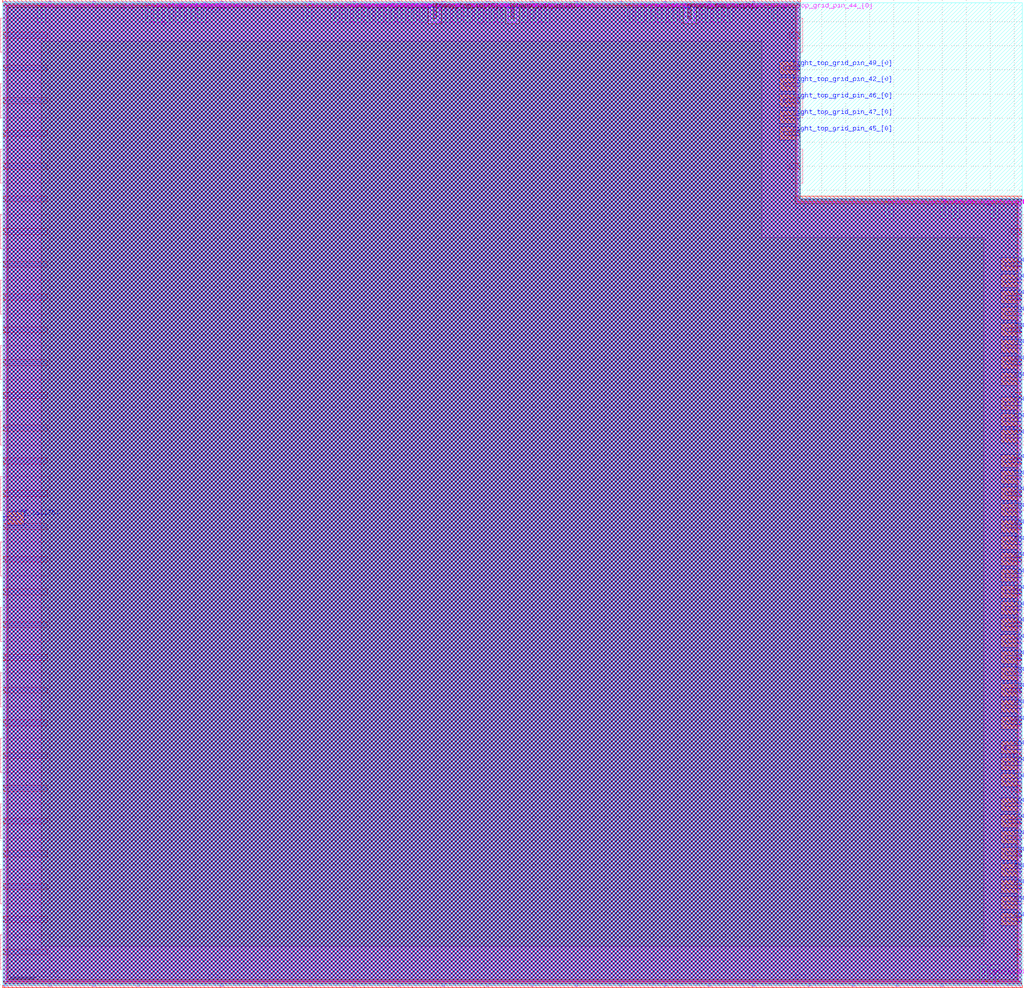
<source format=lef>
VERSION 5.7 ;
BUSBITCHARS "[]" ;

UNITS
  DATABASE MICRONS 1000 ;
END UNITS

MANUFACTURINGGRID 0.005 ;

LAYER nwell
  TYPE MASTERSLICE ;
END nwell

LAYER pwell
  TYPE MASTERSLICE ;
END pwell

LAYER fieldpoly
  TYPE MASTERSLICE ;
END fieldpoly

LAYER li1
  TYPE ROUTING ;
  DIRECTION VERTICAL ;
  PITCH 0.46 ;
  WIDTH 0.17 ;
END li1

LAYER mcon
  TYPE CUT ;
END mcon

LAYER met1
  TYPE ROUTING ;
  DIRECTION HORIZONTAL ;
  PITCH 0.34 ;
  WIDTH 0.14 ;
END met1

LAYER via
  TYPE CUT ;
END via

LAYER met2
  TYPE ROUTING ;
  DIRECTION VERTICAL ;
  PITCH 0.46 ;
  WIDTH 0.14 ;
END met2

LAYER via2
  TYPE CUT ;
END via2

LAYER met3
  TYPE ROUTING ;
  DIRECTION HORIZONTAL ;
  PITCH 0.68 ;
  WIDTH 0.3 ;
END met3

LAYER via3
  TYPE CUT ;
END via3

LAYER met4
  TYPE ROUTING ;
  DIRECTION VERTICAL ;
  PITCH 0.92 ;
  WIDTH 0.3 ;
END met4

LAYER via4
  TYPE CUT ;
END via4

LAYER met5
  TYPE ROUTING ;
  DIRECTION HORIZONTAL ;
  PITCH 3.4 ;
  WIDTH 1.6 ;
END met5

LAYER diff
  TYPE MASTERSLICE ;
END diff

LAYER licon1
  TYPE MASTERSLICE ;
END licon1

LAYER OVERLAP
  TYPE OVERLAP ;
END OVERLAP

VIA L1M1_PR
  LAYER li1 ;
    RECT -0.085 -0.085 0.085 0.085 ;
  LAYER mcon ;
    RECT -0.085 -0.085 0.085 0.085 ;
  LAYER met1 ;
    RECT -0.145 -0.115 0.145 0.115 ;
END L1M1_PR

VIA L1M1_PR_R
  LAYER li1 ;
    RECT -0.085 -0.085 0.085 0.085 ;
  LAYER mcon ;
    RECT -0.085 -0.085 0.085 0.085 ;
  LAYER met1 ;
    RECT -0.115 -0.145 0.115 0.145 ;
END L1M1_PR_R

VIA L1M1_PR_M
  LAYER li1 ;
    RECT -0.085 -0.085 0.085 0.085 ;
  LAYER mcon ;
    RECT -0.085 -0.085 0.085 0.085 ;
  LAYER met1 ;
    RECT -0.115 -0.145 0.115 0.145 ;
END L1M1_PR_M

VIA L1M1_PR_MR
  LAYER li1 ;
    RECT -0.085 -0.085 0.085 0.085 ;
  LAYER mcon ;
    RECT -0.085 -0.085 0.085 0.085 ;
  LAYER met1 ;
    RECT -0.145 -0.115 0.145 0.115 ;
END L1M1_PR_MR

VIA L1M1_PR_C
  LAYER li1 ;
    RECT -0.085 -0.085 0.085 0.085 ;
  LAYER mcon ;
    RECT -0.085 -0.085 0.085 0.085 ;
  LAYER met1 ;
    RECT -0.145 -0.145 0.145 0.145 ;
END L1M1_PR_C

VIA M1M2_PR
  LAYER met1 ;
    RECT -0.16 -0.13 0.16 0.13 ;
  LAYER via ;
    RECT -0.075 -0.075 0.075 0.075 ;
  LAYER met2 ;
    RECT -0.13 -0.16 0.13 0.16 ;
END M1M2_PR

VIA M1M2_PR_Enc
  LAYER met1 ;
    RECT -0.16 -0.13 0.16 0.13 ;
  LAYER via ;
    RECT -0.075 -0.075 0.075 0.075 ;
  LAYER met2 ;
    RECT -0.16 -0.13 0.16 0.13 ;
END M1M2_PR_Enc

VIA M1M2_PR_R
  LAYER met1 ;
    RECT -0.13 -0.16 0.13 0.16 ;
  LAYER via ;
    RECT -0.075 -0.075 0.075 0.075 ;
  LAYER met2 ;
    RECT -0.16 -0.13 0.16 0.13 ;
END M1M2_PR_R

VIA M1M2_PR_R_Enc
  LAYER met1 ;
    RECT -0.13 -0.16 0.13 0.16 ;
  LAYER via ;
    RECT -0.075 -0.075 0.075 0.075 ;
  LAYER met2 ;
    RECT -0.13 -0.16 0.13 0.16 ;
END M1M2_PR_R_Enc

VIA M1M2_PR_M
  LAYER met1 ;
    RECT -0.16 -0.13 0.16 0.13 ;
  LAYER via ;
    RECT -0.075 -0.075 0.075 0.075 ;
  LAYER met2 ;
    RECT -0.16 -0.13 0.16 0.13 ;
END M1M2_PR_M

VIA M1M2_PR_M_Enc
  LAYER met1 ;
    RECT -0.16 -0.13 0.16 0.13 ;
  LAYER via ;
    RECT -0.075 -0.075 0.075 0.075 ;
  LAYER met2 ;
    RECT -0.13 -0.16 0.13 0.16 ;
END M1M2_PR_M_Enc

VIA M1M2_PR_MR
  LAYER met1 ;
    RECT -0.13 -0.16 0.13 0.16 ;
  LAYER via ;
    RECT -0.075 -0.075 0.075 0.075 ;
  LAYER met2 ;
    RECT -0.13 -0.16 0.13 0.16 ;
END M1M2_PR_MR

VIA M1M2_PR_MR_Enc
  LAYER met1 ;
    RECT -0.13 -0.16 0.13 0.16 ;
  LAYER via ;
    RECT -0.075 -0.075 0.075 0.075 ;
  LAYER met2 ;
    RECT -0.16 -0.13 0.16 0.13 ;
END M1M2_PR_MR_Enc

VIA M1M2_PR_C
  LAYER met1 ;
    RECT -0.16 -0.16 0.16 0.16 ;
  LAYER via ;
    RECT -0.075 -0.075 0.075 0.075 ;
  LAYER met2 ;
    RECT -0.16 -0.16 0.16 0.16 ;
END M1M2_PR_C

VIA M2M3_PR
  LAYER met2 ;
    RECT -0.14 -0.185 0.14 0.185 ;
  LAYER via2 ;
    RECT -0.1 -0.1 0.1 0.1 ;
  LAYER met3 ;
    RECT -0.165 -0.165 0.165 0.165 ;
END M2M3_PR

VIA M2M3_PR_R
  LAYER met2 ;
    RECT -0.185 -0.14 0.185 0.14 ;
  LAYER via2 ;
    RECT -0.1 -0.1 0.1 0.1 ;
  LAYER met3 ;
    RECT -0.165 -0.165 0.165 0.165 ;
END M2M3_PR_R

VIA M2M3_PR_M
  LAYER met2 ;
    RECT -0.14 -0.185 0.14 0.185 ;
  LAYER via2 ;
    RECT -0.1 -0.1 0.1 0.1 ;
  LAYER met3 ;
    RECT -0.165 -0.165 0.165 0.165 ;
END M2M3_PR_M

VIA M2M3_PR_MR
  LAYER met2 ;
    RECT -0.185 -0.14 0.185 0.14 ;
  LAYER via2 ;
    RECT -0.1 -0.1 0.1 0.1 ;
  LAYER met3 ;
    RECT -0.165 -0.165 0.165 0.165 ;
END M2M3_PR_MR

VIA M2M3_PR_C
  LAYER met2 ;
    RECT -0.185 -0.185 0.185 0.185 ;
  LAYER via2 ;
    RECT -0.1 -0.1 0.1 0.1 ;
  LAYER met3 ;
    RECT -0.165 -0.165 0.165 0.165 ;
END M2M3_PR_C

VIA M3M4_PR
  LAYER met3 ;
    RECT -0.19 -0.16 0.19 0.16 ;
  LAYER via3 ;
    RECT -0.1 -0.1 0.1 0.1 ;
  LAYER met4 ;
    RECT -0.165 -0.165 0.165 0.165 ;
END M3M4_PR

VIA M3M4_PR_R
  LAYER met3 ;
    RECT -0.16 -0.19 0.16 0.19 ;
  LAYER via3 ;
    RECT -0.1 -0.1 0.1 0.1 ;
  LAYER met4 ;
    RECT -0.165 -0.165 0.165 0.165 ;
END M3M4_PR_R

VIA M3M4_PR_M
  LAYER met3 ;
    RECT -0.19 -0.16 0.19 0.16 ;
  LAYER via3 ;
    RECT -0.1 -0.1 0.1 0.1 ;
  LAYER met4 ;
    RECT -0.165 -0.165 0.165 0.165 ;
END M3M4_PR_M

VIA M3M4_PR_MR
  LAYER met3 ;
    RECT -0.16 -0.19 0.16 0.19 ;
  LAYER via3 ;
    RECT -0.1 -0.1 0.1 0.1 ;
  LAYER met4 ;
    RECT -0.165 -0.165 0.165 0.165 ;
END M3M4_PR_MR

VIA M3M4_PR_C
  LAYER met3 ;
    RECT -0.19 -0.19 0.19 0.19 ;
  LAYER via3 ;
    RECT -0.1 -0.1 0.1 0.1 ;
  LAYER met4 ;
    RECT -0.165 -0.165 0.165 0.165 ;
END M3M4_PR_C

VIA M4M5_PR
  LAYER met4 ;
    RECT -0.59 -0.59 0.59 0.59 ;
  LAYER via4 ;
    RECT -0.4 -0.4 0.4 0.4 ;
  LAYER met5 ;
    RECT -0.71 -0.71 0.71 0.71 ;
END M4M5_PR

VIA M4M5_PR_R
  LAYER met4 ;
    RECT -0.59 -0.59 0.59 0.59 ;
  LAYER via4 ;
    RECT -0.4 -0.4 0.4 0.4 ;
  LAYER met5 ;
    RECT -0.71 -0.71 0.71 0.71 ;
END M4M5_PR_R

VIA M4M5_PR_M
  LAYER met4 ;
    RECT -0.59 -0.59 0.59 0.59 ;
  LAYER via4 ;
    RECT -0.4 -0.4 0.4 0.4 ;
  LAYER met5 ;
    RECT -0.71 -0.71 0.71 0.71 ;
END M4M5_PR_M

VIA M4M5_PR_MR
  LAYER met4 ;
    RECT -0.59 -0.59 0.59 0.59 ;
  LAYER via4 ;
    RECT -0.4 -0.4 0.4 0.4 ;
  LAYER met5 ;
    RECT -0.71 -0.71 0.71 0.71 ;
END M4M5_PR_MR

VIA M4M5_PR_C
  LAYER met4 ;
    RECT -0.59 -0.59 0.59 0.59 ;
  LAYER via4 ;
    RECT -0.4 -0.4 0.4 0.4 ;
  LAYER met5 ;
    RECT -0.71 -0.71 0.71 0.71 ;
END M4M5_PR_C

SITE unit
  CLASS CORE ;
  SYMMETRY Y ;
  SIZE 0.46 BY 2.72 ;
END unit

SITE unithddbl
  CLASS CORE ;
  SIZE 0.46 BY 5.44 ;
END unithddbl

MACRO sb_0__0_
  CLASS BLOCK ;
  ORIGIN 0 0 ;
  SIZE 84.64 BY 81.6 ;
  SYMMETRY X Y ;
  PIN prog_clk[0]
    DIRECTION INPUT ;
    USE CLOCK ;
    PORT
      LAYER met2 ;
        RECT 82.27 63.92 82.41 65.28 ;
    END
  END prog_clk[0]
  PIN chany_top_in[0]
    DIRECTION INPUT ;
    USE SIGNAL ;
    PORT
      LAYER met2 ;
        RECT 43.17 80.24 43.31 81.6 ;
    END
  END chany_top_in[0]
  PIN chany_top_in[1]
    DIRECTION INPUT ;
    USE SIGNAL ;
    PORT
      LAYER met2 ;
        RECT 52.83 80.24 52.97 81.6 ;
    END
  END chany_top_in[1]
  PIN chany_top_in[2]
    DIRECTION INPUT ;
    USE SIGNAL ;
    PORT
      LAYER met2 ;
        RECT 42.25 80.24 42.39 81.6 ;
    END
  END chany_top_in[2]
  PIN chany_top_in[3]
    DIRECTION INPUT ;
    USE SIGNAL ;
    PORT
      LAYER met2 ;
        RECT 16.49 80.24 16.63 81.6 ;
    END
  END chany_top_in[3]
  PIN chany_top_in[4]
    DIRECTION INPUT ;
    USE SIGNAL ;
    PORT
      LAYER met2 ;
        RECT 15.57 80.24 15.71 81.6 ;
    END
  END chany_top_in[4]
  PIN chany_top_in[5]
    DIRECTION INPUT ;
    USE SIGNAL ;
    PORT
      LAYER met2 ;
        RECT 30.29 80.24 30.43 81.6 ;
    END
  END chany_top_in[5]
  PIN chany_top_in[6]
    DIRECTION INPUT ;
    USE SIGNAL ;
    PORT
      LAYER met2 ;
        RECT 40.41 80.24 40.55 81.6 ;
    END
  END chany_top_in[6]
  PIN chany_top_in[7]
    DIRECTION INPUT ;
    USE SIGNAL ;
    PORT
      LAYER met2 ;
        RECT 58.35 80.24 58.49 81.6 ;
    END
  END chany_top_in[7]
  PIN chany_top_in[8]
    DIRECTION INPUT ;
    USE SIGNAL ;
    PORT
      LAYER met2 ;
        RECT 53.75 80.24 53.89 81.6 ;
    END
  END chany_top_in[8]
  PIN chany_top_in[9]
    DIRECTION INPUT ;
    USE SIGNAL ;
    PORT
      LAYER met2 ;
        RECT 41.33 80.24 41.47 81.6 ;
    END
  END chany_top_in[9]
  PIN chany_top_in[10]
    DIRECTION INPUT ;
    USE SIGNAL ;
    PORT
      LAYER met2 ;
        RECT 45.01 80.24 45.15 81.6 ;
    END
  END chany_top_in[10]
  PIN chany_top_in[11]
    DIRECTION INPUT ;
    USE SIGNAL ;
    PORT
      LAYER met2 ;
        RECT 31.21 80.24 31.35 81.6 ;
    END
  END chany_top_in[11]
  PIN chany_top_in[12]
    DIRECTION INPUT ;
    USE SIGNAL ;
    PORT
      LAYER met2 ;
        RECT 57.43 80.24 57.57 81.6 ;
    END
  END chany_top_in[12]
  PIN chany_top_in[13]
    DIRECTION INPUT ;
    USE SIGNAL ;
    PORT
      LAYER met2 ;
        RECT 51.91 80.24 52.05 81.6 ;
    END
  END chany_top_in[13]
  PIN chany_top_in[14]
    DIRECTION INPUT ;
    USE SIGNAL ;
    PORT
      LAYER met2 ;
        RECT 60.19 80.24 60.33 81.6 ;
    END
  END chany_top_in[14]
  PIN chany_top_in[15]
    DIRECTION INPUT ;
    USE SIGNAL ;
    PORT
      LAYER met2 ;
        RECT 27.53 80.24 27.67 81.6 ;
    END
  END chany_top_in[15]
  PIN chany_top_in[16]
    DIRECTION INPUT ;
    USE SIGNAL ;
    PORT
      LAYER met4 ;
        RECT 42.17 80.24 42.47 81.6 ;
    END
  END chany_top_in[16]
  PIN chany_top_in[17]
    DIRECTION INPUT ;
    USE SIGNAL ;
    PORT
      LAYER met2 ;
        RECT 37.65 80.24 37.79 81.6 ;
    END
  END chany_top_in[17]
  PIN chany_top_in[18]
    DIRECTION INPUT ;
    USE SIGNAL ;
    PORT
      LAYER met4 ;
        RECT 35.73 80.24 36.03 81.6 ;
    END
  END chany_top_in[18]
  PIN chany_top_in[19]
    DIRECTION INPUT ;
    USE SIGNAL ;
    PORT
      LAYER met2 ;
        RECT 11.89 80.24 12.03 81.6 ;
    END
  END chany_top_in[19]
  PIN top_left_grid_pin_1_[0]
    DIRECTION INPUT ;
    USE SIGNAL ;
    PORT
      LAYER met2 ;
        RECT 3.15 80.24 3.29 81.6 ;
    END
  END top_left_grid_pin_1_[0]
  PIN chanx_right_in[0]
    DIRECTION INPUT ;
    USE SIGNAL ;
    PORT
      LAYER met3 ;
        RECT 83.26 8.01 84.64 8.31 ;
    END
  END chanx_right_in[0]
  PIN chanx_right_in[1]
    DIRECTION INPUT ;
    USE SIGNAL ;
    PORT
      LAYER met3 ;
        RECT 83.26 21.61 84.64 21.91 ;
    END
  END chanx_right_in[1]
  PIN chanx_right_in[2]
    DIRECTION INPUT ;
    USE SIGNAL ;
    PORT
      LAYER met3 ;
        RECT 83.26 6.65 84.64 6.95 ;
    END
  END chanx_right_in[2]
  PIN chanx_right_in[3]
    DIRECTION INPUT ;
    USE SIGNAL ;
    PORT
      LAYER met3 ;
        RECT 83.26 18.21 84.64 18.51 ;
    END
  END chanx_right_in[3]
  PIN chanx_right_in[4]
    DIRECTION INPUT ;
    USE SIGNAL ;
    PORT
      LAYER met2 ;
        RECT 79.05 63.92 79.19 65.28 ;
    END
  END chanx_right_in[4]
  PIN chanx_right_in[5]
    DIRECTION INPUT ;
    USE SIGNAL ;
    PORT
      LAYER met3 ;
        RECT 83.26 12.09 84.64 12.39 ;
    END
  END chanx_right_in[5]
  PIN chanx_right_in[6]
    DIRECTION INPUT ;
    USE SIGNAL ;
    PORT
      LAYER met3 ;
        RECT 83.26 29.77 84.64 30.07 ;
    END
  END chanx_right_in[6]
  PIN chanx_right_in[7]
    DIRECTION INPUT ;
    USE SIGNAL ;
    PORT
      LAYER met3 ;
        RECT 83.26 43.37 84.64 43.67 ;
    END
  END chanx_right_in[7]
  PIN chanx_right_in[8]
    DIRECTION INPUT ;
    USE SIGNAL ;
    PORT
      LAYER met3 ;
        RECT 83.26 54.25 84.64 54.55 ;
    END
  END chanx_right_in[8]
  PIN chanx_right_in[9]
    DIRECTION INPUT ;
    USE SIGNAL ;
    PORT
      LAYER met3 ;
        RECT 83.26 35.21 84.64 35.51 ;
    END
  END chanx_right_in[9]
  PIN chanx_right_in[10]
    DIRECTION INPUT ;
    USE SIGNAL ;
    PORT
      LAYER met3 ;
        RECT 83.26 48.13 84.64 48.43 ;
    END
  END chanx_right_in[10]
  PIN chanx_right_in[11]
    DIRECTION INPUT ;
    USE SIGNAL ;
    PORT
      LAYER met3 ;
        RECT 83.26 9.37 84.64 9.67 ;
    END
  END chanx_right_in[11]
  PIN chanx_right_in[12]
    DIRECTION INPUT ;
    USE SIGNAL ;
    PORT
      LAYER met3 ;
        RECT 83.26 39.29 84.64 39.59 ;
    END
  END chanx_right_in[12]
  PIN chanx_right_in[13]
    DIRECTION INPUT ;
    USE SIGNAL ;
    PORT
      LAYER met3 ;
        RECT 83.26 28.41 84.64 28.71 ;
    END
  END chanx_right_in[13]
  PIN chanx_right_in[14]
    DIRECTION INPUT ;
    USE SIGNAL ;
    PORT
      LAYER met3 ;
        RECT 83.26 19.57 84.64 19.87 ;
    END
  END chanx_right_in[14]
  PIN chanx_right_in[15]
    DIRECTION INPUT ;
    USE SIGNAL ;
    PORT
      LAYER met3 ;
        RECT 83.26 50.17 84.64 50.47 ;
    END
  END chanx_right_in[15]
  PIN chanx_right_in[16]
    DIRECTION INPUT ;
    USE SIGNAL ;
    PORT
      LAYER met3 ;
        RECT 83.26 13.45 84.64 13.75 ;
    END
  END chanx_right_in[16]
  PIN chanx_right_in[17]
    DIRECTION INPUT ;
    USE SIGNAL ;
    PORT
      LAYER met3 ;
        RECT 83.26 52.89 84.64 53.19 ;
    END
  END chanx_right_in[17]
  PIN chanx_right_in[18]
    DIRECTION INPUT ;
    USE SIGNAL ;
    PORT
      LAYER met3 ;
        RECT 83.26 24.33 84.64 24.63 ;
    END
  END chanx_right_in[18]
  PIN chanx_right_in[19]
    DIRECTION INPUT ;
    USE SIGNAL ;
    PORT
      LAYER met3 ;
        RECT 83.26 10.73 84.64 11.03 ;
    END
  END chanx_right_in[19]
  PIN right_top_grid_pin_42_[0]
    DIRECTION INPUT ;
    USE SIGNAL ;
    PORT
      LAYER met3 ;
        RECT 64.86 74.65 66.24 74.95 ;
    END
  END right_top_grid_pin_42_[0]
  PIN right_top_grid_pin_43_[0]
    DIRECTION INPUT ;
    USE SIGNAL ;
    PORT
      LAYER met2 ;
        RECT 78.13 63.92 78.27 65.28 ;
    END
  END right_top_grid_pin_43_[0]
  PIN right_top_grid_pin_44_[0]
    DIRECTION INPUT ;
    USE SIGNAL ;
    PORT
      LAYER met2 ;
        RECT 63.87 80.24 64.01 81.6 ;
    END
  END right_top_grid_pin_44_[0]
  PIN right_top_grid_pin_45_[0]
    DIRECTION INPUT ;
    USE SIGNAL ;
    PORT
      LAYER met3 ;
        RECT 64.86 70.57 66.24 70.87 ;
    END
  END right_top_grid_pin_45_[0]
  PIN right_top_grid_pin_46_[0]
    DIRECTION INPUT ;
    USE SIGNAL ;
    PORT
      LAYER met3 ;
        RECT 64.86 73.29 66.24 73.59 ;
    END
  END right_top_grid_pin_46_[0]
  PIN right_top_grid_pin_47_[0]
    DIRECTION INPUT ;
    USE SIGNAL ;
    PORT
      LAYER met3 ;
        RECT 64.86 71.93 66.24 72.23 ;
    END
  END right_top_grid_pin_47_[0]
  PIN right_top_grid_pin_48_[0]
    DIRECTION INPUT ;
    USE SIGNAL ;
    PORT
      LAYER met2 ;
        RECT 73.53 63.92 73.67 65.28 ;
    END
  END right_top_grid_pin_48_[0]
  PIN right_top_grid_pin_49_[0]
    DIRECTION INPUT ;
    USE SIGNAL ;
    PORT
      LAYER met3 ;
        RECT 64.86 76.01 66.24 76.31 ;
    END
  END right_top_grid_pin_49_[0]
  PIN right_bottom_grid_pin_1_[0]
    DIRECTION INPUT ;
    USE SIGNAL ;
    PORT
      LAYER met2 ;
        RECT 81.35 0 81.49 1.36 ;
    END
  END right_bottom_grid_pin_1_[0]
  PIN ccff_head[0]
    DIRECTION INPUT ;
    USE SIGNAL ;
    PORT
      LAYER met2 ;
        RECT 82.27 0 82.41 1.36 ;
    END
  END ccff_head[0]
  PIN chany_top_out[0]
    DIRECTION OUTPUT ;
    USE SIGNAL ;
    PORT
      LAYER met2 ;
        RECT 44.09 80.24 44.23 81.6 ;
    END
  END chany_top_out[0]
  PIN chany_top_out[1]
    DIRECTION OUTPUT ;
    USE SIGNAL ;
    PORT
      LAYER met2 ;
        RECT 54.67 80.24 54.81 81.6 ;
    END
  END chany_top_out[1]
  PIN chany_top_out[2]
    DIRECTION OUTPUT ;
    USE SIGNAL ;
    PORT
      LAYER met2 ;
        RECT 29.37 80.24 29.51 81.6 ;
    END
  END chany_top_out[2]
  PIN chany_top_out[3]
    DIRECTION OUTPUT ;
    USE SIGNAL ;
    PORT
      LAYER met2 ;
        RECT 39.49 80.24 39.63 81.6 ;
    END
  END chany_top_out[3]
  PIN chany_top_out[4]
    DIRECTION OUTPUT ;
    USE SIGNAL ;
    PORT
      LAYER met2 ;
        RECT 25.23 80.24 25.37 81.6 ;
    END
  END chany_top_out[4]
  PIN chany_top_out[5]
    DIRECTION OUTPUT ;
    USE SIGNAL ;
    PORT
      LAYER met2 ;
        RECT 33.05 80.24 33.19 81.6 ;
    END
  END chany_top_out[5]
  PIN chany_top_out[6]
    DIRECTION OUTPUT ;
    USE SIGNAL ;
    PORT
      LAYER met2 ;
        RECT 14.65 80.24 14.79 81.6 ;
    END
  END chany_top_out[6]
  PIN chany_top_out[7]
    DIRECTION OUTPUT ;
    USE SIGNAL ;
    PORT
      LAYER met2 ;
        RECT 55.59 80.24 55.73 81.6 ;
    END
  END chany_top_out[7]
  PIN chany_top_out[8]
    DIRECTION OUTPUT ;
    USE SIGNAL ;
    PORT
      LAYER met4 ;
        RECT 56.89 80.24 57.19 81.6 ;
    END
  END chany_top_out[8]
  PIN chany_top_out[9]
    DIRECTION OUTPUT ;
    USE SIGNAL ;
    PORT
      LAYER met2 ;
        RECT 13.73 80.24 13.87 81.6 ;
    END
  END chany_top_out[9]
  PIN chany_top_out[10]
    DIRECTION OUTPUT ;
    USE SIGNAL ;
    PORT
      LAYER met2 ;
        RECT 28.45 80.24 28.59 81.6 ;
    END
  END chany_top_out[10]
  PIN chany_top_out[11]
    DIRECTION OUTPUT ;
    USE SIGNAL ;
    PORT
      LAYER met2 ;
        RECT 32.13 80.24 32.27 81.6 ;
    END
  END chany_top_out[11]
  PIN chany_top_out[12]
    DIRECTION OUTPUT ;
    USE SIGNAL ;
    PORT
      LAYER met2 ;
        RECT 12.81 80.24 12.95 81.6 ;
    END
  END chany_top_out[12]
  PIN chany_top_out[13]
    DIRECTION OUTPUT ;
    USE SIGNAL ;
    PORT
      LAYER met2 ;
        RECT 56.51 80.24 56.65 81.6 ;
    END
  END chany_top_out[13]
  PIN chany_top_out[14]
    DIRECTION OUTPUT ;
    USE SIGNAL ;
    PORT
      LAYER met2 ;
        RECT 33.97 80.24 34.11 81.6 ;
    END
  END chany_top_out[14]
  PIN chany_top_out[15]
    DIRECTION OUTPUT ;
    USE SIGNAL ;
    PORT
      LAYER met2 ;
        RECT 36.73 80.24 36.87 81.6 ;
    END
  END chany_top_out[15]
  PIN chany_top_out[16]
    DIRECTION OUTPUT ;
    USE SIGNAL ;
    PORT
      LAYER met2 ;
        RECT 59.27 80.24 59.41 81.6 ;
    END
  END chany_top_out[16]
  PIN chany_top_out[17]
    DIRECTION OUTPUT ;
    USE SIGNAL ;
    PORT
      LAYER met2 ;
        RECT 38.57 80.24 38.71 81.6 ;
    END
  END chany_top_out[17]
  PIN chany_top_out[18]
    DIRECTION OUTPUT ;
    USE SIGNAL ;
    PORT
      LAYER met2 ;
        RECT 34.89 80.24 35.03 81.6 ;
    END
  END chany_top_out[18]
  PIN chany_top_out[19]
    DIRECTION OUTPUT ;
    USE SIGNAL ;
    PORT
      LAYER met2 ;
        RECT 35.81 80.24 35.95 81.6 ;
    END
  END chany_top_out[19]
  PIN chanx_right_out[0]
    DIRECTION OUTPUT ;
    USE SIGNAL ;
    PORT
      LAYER met3 ;
        RECT 83.26 5.29 84.64 5.59 ;
    END
  END chanx_right_out[0]
  PIN chanx_right_out[1]
    DIRECTION OUTPUT ;
    USE SIGNAL ;
    PORT
      LAYER met3 ;
        RECT 83.26 59.69 84.64 59.99 ;
    END
  END chanx_right_out[1]
  PIN chanx_right_out[2]
    DIRECTION OUTPUT ;
    USE SIGNAL ;
    PORT
      LAYER met3 ;
        RECT 83.26 55.61 84.64 55.91 ;
    END
  END chanx_right_out[2]
  PIN chanx_right_out[3]
    DIRECTION OUTPUT ;
    USE SIGNAL ;
    PORT
      LAYER met3 ;
        RECT 83.26 46.77 84.64 47.07 ;
    END
  END chanx_right_out[3]
  PIN chanx_right_out[4]
    DIRECTION OUTPUT ;
    USE SIGNAL ;
    PORT
      LAYER met3 ;
        RECT 83.26 27.05 84.64 27.35 ;
    END
  END chanx_right_out[4]
  PIN chanx_right_out[5]
    DIRECTION OUTPUT ;
    USE SIGNAL ;
    PORT
      LAYER met3 ;
        RECT 83.26 45.41 84.64 45.71 ;
    END
  END chanx_right_out[5]
  PIN chanx_right_out[6]
    DIRECTION OUTPUT ;
    USE SIGNAL ;
    PORT
      LAYER met3 ;
        RECT 83.26 25.69 84.64 25.99 ;
    END
  END chanx_right_out[6]
  PIN chanx_right_out[7]
    DIRECTION OUTPUT ;
    USE SIGNAL ;
    PORT
      LAYER met3 ;
        RECT 83.26 42.01 84.64 42.31 ;
    END
  END chanx_right_out[7]
  PIN chanx_right_out[8]
    DIRECTION OUTPUT ;
    USE SIGNAL ;
    PORT
      LAYER met3 ;
        RECT 83.26 58.33 84.64 58.63 ;
    END
  END chanx_right_out[8]
  PIN chanx_right_out[9]
    DIRECTION OUTPUT ;
    USE SIGNAL ;
    PORT
      LAYER met3 ;
        RECT 83.26 32.49 84.64 32.79 ;
    END
  END chanx_right_out[9]
  PIN chanx_right_out[10]
    DIRECTION OUTPUT ;
    USE SIGNAL ;
    PORT
      LAYER met3 ;
        RECT 83.26 16.85 84.64 17.15 ;
    END
  END chanx_right_out[10]
  PIN chanx_right_out[11]
    DIRECTION OUTPUT ;
    USE SIGNAL ;
    PORT
      LAYER met3 ;
        RECT 83.26 22.97 84.64 23.27 ;
    END
  END chanx_right_out[11]
  PIN chanx_right_out[12]
    DIRECTION OUTPUT ;
    USE SIGNAL ;
    PORT
      LAYER met3 ;
        RECT 83.26 56.97 84.64 57.27 ;
    END
  END chanx_right_out[12]
  PIN chanx_right_out[13]
    DIRECTION OUTPUT ;
    USE SIGNAL ;
    PORT
      LAYER met3 ;
        RECT 83.26 37.93 84.64 38.23 ;
    END
  END chanx_right_out[13]
  PIN chanx_right_out[14]
    DIRECTION OUTPUT ;
    USE SIGNAL ;
    PORT
      LAYER met3 ;
        RECT 83.26 31.13 84.64 31.43 ;
    END
  END chanx_right_out[14]
  PIN chanx_right_out[15]
    DIRECTION OUTPUT ;
    USE SIGNAL ;
    PORT
      LAYER met3 ;
        RECT 83.26 51.53 84.64 51.83 ;
    END
  END chanx_right_out[15]
  PIN chanx_right_out[16]
    DIRECTION OUTPUT ;
    USE SIGNAL ;
    PORT
      LAYER met3 ;
        RECT 83.26 14.81 84.64 15.11 ;
    END
  END chanx_right_out[16]
  PIN chanx_right_out[17]
    DIRECTION OUTPUT ;
    USE SIGNAL ;
    PORT
      LAYER met3 ;
        RECT 83.26 40.65 84.64 40.95 ;
    END
  END chanx_right_out[17]
  PIN chanx_right_out[18]
    DIRECTION OUTPUT ;
    USE SIGNAL ;
    PORT
      LAYER met3 ;
        RECT 83.26 36.57 84.64 36.87 ;
    END
  END chanx_right_out[18]
  PIN chanx_right_out[19]
    DIRECTION OUTPUT ;
    USE SIGNAL ;
    PORT
      LAYER met3 ;
        RECT 83.26 33.85 84.64 34.15 ;
    END
  END chanx_right_out[19]
  PIN ccff_tail[0]
    DIRECTION OUTPUT ;
    USE SIGNAL ;
    PORT
      LAYER met3 ;
        RECT 0 38.61 1.38 38.91 ;
    END
  END ccff_tail[0]
  PIN VDD
    DIRECTION INPUT ;
    USE POWER ;
  END VDD
  PIN VSS
    DIRECTION INPUT ;
    USE GROUND ;
  END VSS
  OBS
    LAYER li1 ;
      RECT 0 81.515 66.24 81.685 ;
      RECT 65.32 78.795 66.24 78.965 ;
      RECT 0 78.795 3.68 78.965 ;
      RECT 65.32 76.075 66.24 76.245 ;
      RECT 0 76.075 3.68 76.245 ;
      RECT 65.32 73.355 66.24 73.525 ;
      RECT 0 73.355 3.68 73.525 ;
      RECT 65.32 70.635 66.24 70.805 ;
      RECT 0 70.635 3.68 70.805 ;
      RECT 65.32 67.915 66.24 68.085 ;
      RECT 0 67.915 3.68 68.085 ;
      RECT 65.78 65.195 84.64 65.365 ;
      RECT 0 65.195 3.68 65.365 ;
      RECT 83.72 62.475 84.64 62.645 ;
      RECT 0 62.475 3.68 62.645 ;
      RECT 83.72 59.755 84.64 59.925 ;
      RECT 0 59.755 3.68 59.925 ;
      RECT 83.72 57.035 84.64 57.205 ;
      RECT 0 57.035 3.68 57.205 ;
      RECT 83.72 54.315 84.64 54.485 ;
      RECT 0 54.315 3.68 54.485 ;
      RECT 83.72 51.595 84.64 51.765 ;
      RECT 0 51.595 3.68 51.765 ;
      RECT 83.72 48.875 84.64 49.045 ;
      RECT 0 48.875 3.68 49.045 ;
      RECT 83.72 46.155 84.64 46.325 ;
      RECT 0 46.155 3.68 46.325 ;
      RECT 83.72 43.435 84.64 43.605 ;
      RECT 0 43.435 3.68 43.605 ;
      RECT 83.72 40.715 84.64 40.885 ;
      RECT 0 40.715 3.68 40.885 ;
      RECT 83.72 37.995 84.64 38.165 ;
      RECT 0 37.995 3.68 38.165 ;
      RECT 83.72 35.275 84.64 35.445 ;
      RECT 0 35.275 3.68 35.445 ;
      RECT 83.72 32.555 84.64 32.725 ;
      RECT 0 32.555 3.68 32.725 ;
      RECT 83.72 29.835 84.64 30.005 ;
      RECT 0 29.835 3.68 30.005 ;
      RECT 84.18 27.115 84.64 27.285 ;
      RECT 0 27.115 3.68 27.285 ;
      RECT 83.72 24.395 84.64 24.565 ;
      RECT 0 24.395 3.68 24.565 ;
      RECT 83.72 21.675 84.64 21.845 ;
      RECT 0 21.675 3.68 21.845 ;
      RECT 83.72 18.955 84.64 19.125 ;
      RECT 0 18.955 3.68 19.125 ;
      RECT 83.72 16.235 84.64 16.405 ;
      RECT 0 16.235 3.68 16.405 ;
      RECT 83.72 13.515 84.64 13.685 ;
      RECT 0 13.515 3.68 13.685 ;
      RECT 84.18 10.795 84.64 10.965 ;
      RECT 0 10.795 3.68 10.965 ;
      RECT 84.18 8.075 84.64 8.245 ;
      RECT 0 8.075 3.68 8.245 ;
      RECT 84.18 5.355 84.64 5.525 ;
      RECT 0 5.355 3.68 5.525 ;
      RECT 84.18 2.635 84.64 2.805 ;
      RECT 0 2.635 3.68 2.805 ;
      RECT 0 -0.085 84.64 0.085 ;
    LAYER met2 ;
      RECT 13.21 79.74 13.47 80.06 ;
      POLYGON 65.96 81.32 65.96 65 73.25 65 73.25 63.64 73.95 63.64 73.95 65 77.85 65 77.85 63.64 78.55 63.64 78.55 65 78.77 65 78.77 63.64 79.47 63.64 79.47 65 81.99 65 81.99 63.64 82.69 63.64 82.69 65 84.36 65 84.36 0.28 82.69 0.28 82.69 1.64 81.99 1.64 81.99 0.28 81.77 0.28 81.77 1.64 81.07 1.64 81.07 0.28 0.28 0.28 0.28 81.32 2.87 81.32 2.87 79.96 3.57 79.96 3.57 81.32 11.61 81.32 11.61 79.96 12.31 79.96 12.31 81.32 12.53 81.32 12.53 79.96 13.23 79.96 13.23 81.32 13.45 81.32 13.45 79.96 14.15 79.96 14.15 81.32 14.37 81.32 14.37 79.96 15.07 79.96 15.07 81.32 15.29 81.32 15.29 79.96 15.99 79.96 15.99 81.32 16.21 81.32 16.21 79.96 16.91 79.96 16.91 81.32 24.95 81.32 24.95 79.96 25.65 79.96 25.65 81.32 27.25 81.32 27.25 79.96 27.95 79.96 27.95 81.32 28.17 81.32 28.17 79.96 28.87 79.96 28.87 81.32 29.09 81.32 29.09 79.96 29.79 79.96 29.79 81.32 30.01 81.32 30.01 79.96 30.71 79.96 30.71 81.32 30.93 81.32 30.93 79.96 31.63 79.96 31.63 81.32 31.85 81.32 31.85 79.96 32.55 79.96 32.55 81.32 32.77 81.32 32.77 79.96 33.47 79.96 33.47 81.32 33.69 81.32 33.69 79.96 34.39 79.96 34.39 81.32 34.61 81.32 34.61 79.96 35.31 79.96 35.31 81.32 35.53 81.32 35.53 79.96 36.23 79.96 36.23 81.32 36.45 81.32 36.45 79.96 37.15 79.96 37.15 81.32 37.37 81.32 37.37 79.96 38.07 79.96 38.07 81.32 38.29 81.32 38.29 79.96 38.99 79.96 38.99 81.32 39.21 81.32 39.21 79.96 39.91 79.96 39.91 81.32 40.13 81.32 40.13 79.96 40.83 79.96 40.83 81.32 41.05 81.32 41.05 79.96 41.75 79.96 41.75 81.32 41.97 81.32 41.97 79.96 42.67 79.96 42.67 81.32 42.89 81.32 42.89 79.96 43.59 79.96 43.59 81.32 43.81 81.32 43.81 79.96 44.51 79.96 44.51 81.32 44.73 81.32 44.73 79.96 45.43 79.96 45.43 81.32 51.63 81.32 51.63 79.96 52.33 79.96 52.33 81.32 52.55 81.32 52.55 79.96 53.25 79.96 53.25 81.32 53.47 81.32 53.47 79.96 54.17 79.96 54.17 81.32 54.39 81.32 54.39 79.96 55.09 79.96 55.09 81.32 55.31 81.32 55.31 79.96 56.01 79.96 56.01 81.32 56.23 81.32 56.23 79.96 56.93 79.96 56.93 81.32 57.15 81.32 57.15 79.96 57.85 79.96 57.85 81.32 58.07 81.32 58.07 79.96 58.77 79.96 58.77 81.32 58.99 81.32 58.99 79.96 59.69 79.96 59.69 81.32 59.91 81.32 59.91 79.96 60.61 79.96 60.61 81.32 63.59 81.32 63.59 79.96 64.29 79.96 64.29 81.32 ;
    LAYER met4 ;
      POLYGON 65.84 81.2 65.84 64.88 84.24 64.88 84.24 0.4 0.4 0.4 0.4 81.2 35.33 81.2 35.33 79.84 36.43 79.84 36.43 81.2 41.77 81.2 41.77 79.84 42.87 79.84 42.87 81.2 56.49 81.2 56.49 79.84 57.59 79.84 57.59 81.2 ;
    LAYER met3 ;
      POLYGON 65.84 81.2 65.84 76.71 64.46 76.71 64.46 75.61 65.84 75.61 65.84 75.35 64.46 75.35 64.46 74.25 65.84 74.25 65.84 73.99 64.46 73.99 64.46 72.89 65.84 72.89 65.84 72.63 64.46 72.63 64.46 71.53 65.84 71.53 65.84 71.27 64.46 71.27 64.46 70.17 65.84 70.17 65.84 64.88 84.24 64.88 84.24 60.39 82.86 60.39 82.86 59.29 84.24 59.29 84.24 59.03 82.86 59.03 82.86 57.93 84.24 57.93 84.24 57.67 82.86 57.67 82.86 56.57 84.24 56.57 84.24 56.31 82.86 56.31 82.86 55.21 84.24 55.21 84.24 54.95 82.86 54.95 82.86 53.85 84.24 53.85 84.24 53.59 82.86 53.59 82.86 52.49 84.24 52.49 84.24 52.23 82.86 52.23 82.86 51.13 84.24 51.13 84.24 50.87 82.86 50.87 82.86 49.77 84.24 49.77 84.24 48.83 82.86 48.83 82.86 47.73 84.24 47.73 84.24 47.47 82.86 47.47 82.86 46.37 84.24 46.37 84.24 46.11 82.86 46.11 82.86 45.01 84.24 45.01 84.24 44.07 82.86 44.07 82.86 42.97 84.24 42.97 84.24 42.71 82.86 42.71 82.86 41.61 84.24 41.61 84.24 41.35 82.86 41.35 82.86 40.25 84.24 40.25 84.24 39.99 82.86 39.99 82.86 38.89 84.24 38.89 84.24 38.63 82.86 38.63 82.86 37.53 84.24 37.53 84.24 37.27 82.86 37.27 82.86 36.17 84.24 36.17 84.24 35.91 82.86 35.91 82.86 34.81 84.24 34.81 84.24 34.55 82.86 34.55 82.86 33.45 84.24 33.45 84.24 33.19 82.86 33.19 82.86 32.09 84.24 32.09 84.24 31.83 82.86 31.83 82.86 30.73 84.24 30.73 84.24 30.47 82.86 30.47 82.86 29.37 84.24 29.37 84.24 29.11 82.86 29.11 82.86 28.01 84.24 28.01 84.24 27.75 82.86 27.75 82.86 26.65 84.24 26.65 84.24 26.39 82.86 26.39 82.86 25.29 84.24 25.29 84.24 25.03 82.86 25.03 82.86 23.93 84.24 23.93 84.24 23.67 82.86 23.67 82.86 22.57 84.24 22.57 84.24 22.31 82.86 22.31 82.86 21.21 84.24 21.21 84.24 20.27 82.86 20.27 82.86 19.17 84.24 19.17 84.24 18.91 82.86 18.91 82.86 17.81 84.24 17.81 84.24 17.55 82.86 17.55 82.86 16.45 84.24 16.45 84.24 15.51 82.86 15.51 82.86 14.41 84.24 14.41 84.24 14.15 82.86 14.15 82.86 13.05 84.24 13.05 84.24 12.79 82.86 12.79 82.86 11.69 84.24 11.69 84.24 11.43 82.86 11.43 82.86 10.33 84.24 10.33 84.24 10.07 82.86 10.07 82.86 8.97 84.24 8.97 84.24 8.71 82.86 8.71 82.86 7.61 84.24 7.61 84.24 7.35 82.86 7.35 82.86 6.25 84.24 6.25 84.24 5.99 82.86 5.99 82.86 4.89 84.24 4.89 84.24 0.4 0.4 0.4 0.4 38.21 1.78 38.21 1.78 39.31 0.4 39.31 0.4 81.2 ;
    LAYER li1 ;
      RECT 17.105 80.79 17.855 81.335 ;
      RECT 65.865 64.47 66.615 65.015 ;
      RECT 65.865 0.265 66.615 0.81 ;
      RECT 17.105 0.265 17.855 0.81 ;
      POLYGON 65.9 81.26 65.9 64.94 84.3 64.94 84.3 0.34 0.34 0.34 0.34 81.26 ;
    LAYER met1 ;
      RECT 0 81.36 66.24 81.84 ;
      RECT 65.32 78.64 66.24 79.12 ;
      RECT 0 78.64 3.68 79.12 ;
      RECT 65.32 75.92 66.24 76.4 ;
      RECT 0 75.92 3.68 76.4 ;
      RECT 65.32 73.2 66.24 73.68 ;
      RECT 0 73.2 3.68 73.68 ;
      RECT 65.32 70.48 66.24 70.96 ;
      RECT 0 70.48 3.68 70.96 ;
      RECT 65.32 67.76 66.24 68.24 ;
      RECT 0 67.76 3.68 68.24 ;
      RECT 65.78 65.04 84.64 65.52 ;
      RECT 0 65.04 3.68 65.52 ;
      RECT 83.72 62.32 84.64 62.8 ;
      RECT 0 62.32 3.68 62.8 ;
      RECT 83.72 59.6 84.64 60.08 ;
      RECT 0 59.6 3.68 60.08 ;
      RECT 83.72 56.88 84.64 57.36 ;
      RECT 0 56.88 3.68 57.36 ;
      RECT 83.72 54.16 84.64 54.64 ;
      RECT 0 54.16 3.68 54.64 ;
      RECT 83.72 51.44 84.64 51.92 ;
      RECT 0 51.44 3.68 51.92 ;
      RECT 83.72 48.72 84.64 49.2 ;
      RECT 0 48.72 3.68 49.2 ;
      RECT 83.72 46 84.64 46.48 ;
      RECT 0 46 3.68 46.48 ;
      RECT 83.72 43.28 84.64 43.76 ;
      RECT 0 43.28 3.68 43.76 ;
      RECT 83.72 40.56 84.64 41.04 ;
      RECT 0 40.56 3.68 41.04 ;
      RECT 83.72 37.84 84.64 38.32 ;
      RECT 0 37.84 3.68 38.32 ;
      RECT 83.72 35.12 84.64 35.6 ;
      RECT 0 35.12 3.68 35.6 ;
      RECT 83.72 32.4 84.64 32.88 ;
      RECT 0 32.4 3.68 32.88 ;
      RECT 83.72 29.68 84.64 30.16 ;
      RECT 0 29.68 3.68 30.16 ;
      RECT 84.18 26.96 84.64 27.44 ;
      RECT 0 26.96 3.68 27.44 ;
      RECT 83.72 24.24 84.64 24.72 ;
      RECT 0 24.24 3.68 24.72 ;
      RECT 83.72 21.52 84.64 22 ;
      RECT 0 21.52 3.68 22 ;
      RECT 83.72 18.8 84.64 19.28 ;
      RECT 0 18.8 3.68 19.28 ;
      RECT 83.72 16.08 84.64 16.56 ;
      RECT 0 16.08 3.68 16.56 ;
      RECT 83.72 13.36 84.64 13.84 ;
      RECT 0 13.36 3.68 13.84 ;
      RECT 84.18 10.64 84.64 11.12 ;
      RECT 0 10.64 3.68 11.12 ;
      RECT 84.18 7.92 84.64 8.4 ;
      RECT 0 7.92 3.68 8.4 ;
      RECT 84.18 5.2 84.64 5.68 ;
      RECT 0 5.2 3.68 5.68 ;
      RECT 84.18 2.48 84.64 2.96 ;
      RECT 0 2.48 3.68 2.96 ;
      RECT 0 -0.24 84.64 0.24 ;
      POLYGON 65.96 81.32 65.96 65 84.36 65 84.36 0.28 0.28 0.28 0.28 81.32 ;
    LAYER met5 ;
      POLYGON 63.04 78.4 63.04 62.08 81.44 62.08 81.44 3.2 3.2 3.2 3.2 78.4 ;
    LAYER mcon ;
      RECT 65.925 81.515 66.095 81.685 ;
      RECT 65.465 81.515 65.635 81.685 ;
      RECT 65.005 81.515 65.175 81.685 ;
      RECT 64.545 81.515 64.715 81.685 ;
      RECT 64.085 81.515 64.255 81.685 ;
      RECT 63.625 81.515 63.795 81.685 ;
      RECT 63.165 81.515 63.335 81.685 ;
      RECT 62.705 81.515 62.875 81.685 ;
      RECT 62.245 81.515 62.415 81.685 ;
      RECT 61.785 81.515 61.955 81.685 ;
      RECT 61.325 81.515 61.495 81.685 ;
      RECT 60.865 81.515 61.035 81.685 ;
      RECT 60.405 81.515 60.575 81.685 ;
      RECT 59.945 81.515 60.115 81.685 ;
      RECT 59.485 81.515 59.655 81.685 ;
      RECT 59.025 81.515 59.195 81.685 ;
      RECT 58.565 81.515 58.735 81.685 ;
      RECT 58.105 81.515 58.275 81.685 ;
      RECT 57.645 81.515 57.815 81.685 ;
      RECT 57.185 81.515 57.355 81.685 ;
      RECT 56.725 81.515 56.895 81.685 ;
      RECT 56.265 81.515 56.435 81.685 ;
      RECT 55.805 81.515 55.975 81.685 ;
      RECT 55.345 81.515 55.515 81.685 ;
      RECT 54.885 81.515 55.055 81.685 ;
      RECT 54.425 81.515 54.595 81.685 ;
      RECT 53.965 81.515 54.135 81.685 ;
      RECT 53.505 81.515 53.675 81.685 ;
      RECT 53.045 81.515 53.215 81.685 ;
      RECT 52.585 81.515 52.755 81.685 ;
      RECT 52.125 81.515 52.295 81.685 ;
      RECT 51.665 81.515 51.835 81.685 ;
      RECT 51.205 81.515 51.375 81.685 ;
      RECT 50.745 81.515 50.915 81.685 ;
      RECT 50.285 81.515 50.455 81.685 ;
      RECT 49.825 81.515 49.995 81.685 ;
      RECT 49.365 81.515 49.535 81.685 ;
      RECT 48.905 81.515 49.075 81.685 ;
      RECT 48.445 81.515 48.615 81.685 ;
      RECT 47.985 81.515 48.155 81.685 ;
      RECT 47.525 81.515 47.695 81.685 ;
      RECT 47.065 81.515 47.235 81.685 ;
      RECT 46.605 81.515 46.775 81.685 ;
      RECT 46.145 81.515 46.315 81.685 ;
      RECT 45.685 81.515 45.855 81.685 ;
      RECT 45.225 81.515 45.395 81.685 ;
      RECT 44.765 81.515 44.935 81.685 ;
      RECT 44.305 81.515 44.475 81.685 ;
      RECT 43.845 81.515 44.015 81.685 ;
      RECT 43.385 81.515 43.555 81.685 ;
      RECT 42.925 81.515 43.095 81.685 ;
      RECT 42.465 81.515 42.635 81.685 ;
      RECT 42.005 81.515 42.175 81.685 ;
      RECT 41.545 81.515 41.715 81.685 ;
      RECT 41.085 81.515 41.255 81.685 ;
      RECT 40.625 81.515 40.795 81.685 ;
      RECT 40.165 81.515 40.335 81.685 ;
      RECT 39.705 81.515 39.875 81.685 ;
      RECT 39.245 81.515 39.415 81.685 ;
      RECT 38.785 81.515 38.955 81.685 ;
      RECT 38.325 81.515 38.495 81.685 ;
      RECT 37.865 81.515 38.035 81.685 ;
      RECT 37.405 81.515 37.575 81.685 ;
      RECT 36.945 81.515 37.115 81.685 ;
      RECT 36.485 81.515 36.655 81.685 ;
      RECT 36.025 81.515 36.195 81.685 ;
      RECT 35.565 81.515 35.735 81.685 ;
      RECT 35.105 81.515 35.275 81.685 ;
      RECT 34.645 81.515 34.815 81.685 ;
      RECT 34.185 81.515 34.355 81.685 ;
      RECT 33.725 81.515 33.895 81.685 ;
      RECT 33.265 81.515 33.435 81.685 ;
      RECT 32.805 81.515 32.975 81.685 ;
      RECT 32.345 81.515 32.515 81.685 ;
      RECT 31.885 81.515 32.055 81.685 ;
      RECT 31.425 81.515 31.595 81.685 ;
      RECT 30.965 81.515 31.135 81.685 ;
      RECT 30.505 81.515 30.675 81.685 ;
      RECT 30.045 81.515 30.215 81.685 ;
      RECT 29.585 81.515 29.755 81.685 ;
      RECT 29.125 81.515 29.295 81.685 ;
      RECT 28.665 81.515 28.835 81.685 ;
      RECT 28.205 81.515 28.375 81.685 ;
      RECT 27.745 81.515 27.915 81.685 ;
      RECT 27.285 81.515 27.455 81.685 ;
      RECT 26.825 81.515 26.995 81.685 ;
      RECT 26.365 81.515 26.535 81.685 ;
      RECT 25.905 81.515 26.075 81.685 ;
      RECT 25.445 81.515 25.615 81.685 ;
      RECT 24.985 81.515 25.155 81.685 ;
      RECT 24.525 81.515 24.695 81.685 ;
      RECT 24.065 81.515 24.235 81.685 ;
      RECT 23.605 81.515 23.775 81.685 ;
      RECT 23.145 81.515 23.315 81.685 ;
      RECT 22.685 81.515 22.855 81.685 ;
      RECT 22.225 81.515 22.395 81.685 ;
      RECT 21.765 81.515 21.935 81.685 ;
      RECT 21.305 81.515 21.475 81.685 ;
      RECT 20.845 81.515 21.015 81.685 ;
      RECT 20.385 81.515 20.555 81.685 ;
      RECT 19.925 81.515 20.095 81.685 ;
      RECT 19.465 81.515 19.635 81.685 ;
      RECT 19.005 81.515 19.175 81.685 ;
      RECT 18.545 81.515 18.715 81.685 ;
      RECT 18.085 81.515 18.255 81.685 ;
      RECT 17.625 81.515 17.795 81.685 ;
      RECT 17.165 81.515 17.335 81.685 ;
      RECT 16.705 81.515 16.875 81.685 ;
      RECT 16.245 81.515 16.415 81.685 ;
      RECT 15.785 81.515 15.955 81.685 ;
      RECT 15.325 81.515 15.495 81.685 ;
      RECT 14.865 81.515 15.035 81.685 ;
      RECT 14.405 81.515 14.575 81.685 ;
      RECT 13.945 81.515 14.115 81.685 ;
      RECT 13.485 81.515 13.655 81.685 ;
      RECT 13.025 81.515 13.195 81.685 ;
      RECT 12.565 81.515 12.735 81.685 ;
      RECT 12.105 81.515 12.275 81.685 ;
      RECT 11.645 81.515 11.815 81.685 ;
      RECT 11.185 81.515 11.355 81.685 ;
      RECT 10.725 81.515 10.895 81.685 ;
      RECT 10.265 81.515 10.435 81.685 ;
      RECT 9.805 81.515 9.975 81.685 ;
      RECT 9.345 81.515 9.515 81.685 ;
      RECT 8.885 81.515 9.055 81.685 ;
      RECT 8.425 81.515 8.595 81.685 ;
      RECT 7.965 81.515 8.135 81.685 ;
      RECT 7.505 81.515 7.675 81.685 ;
      RECT 7.045 81.515 7.215 81.685 ;
      RECT 6.585 81.515 6.755 81.685 ;
      RECT 6.125 81.515 6.295 81.685 ;
      RECT 5.665 81.515 5.835 81.685 ;
      RECT 5.205 81.515 5.375 81.685 ;
      RECT 4.745 81.515 4.915 81.685 ;
      RECT 4.285 81.515 4.455 81.685 ;
      RECT 3.825 81.515 3.995 81.685 ;
      RECT 3.365 81.515 3.535 81.685 ;
      RECT 2.905 81.515 3.075 81.685 ;
      RECT 2.445 81.515 2.615 81.685 ;
      RECT 1.985 81.515 2.155 81.685 ;
      RECT 1.525 81.515 1.695 81.685 ;
      RECT 1.065 81.515 1.235 81.685 ;
      RECT 0.605 81.515 0.775 81.685 ;
      RECT 0.145 81.515 0.315 81.685 ;
      RECT 65.925 78.795 66.095 78.965 ;
      RECT 0.145 78.795 0.315 78.965 ;
      RECT 65.925 76.075 66.095 76.245 ;
      RECT 0.145 76.075 0.315 76.245 ;
      RECT 65.925 73.355 66.095 73.525 ;
      RECT 0.145 73.355 0.315 73.525 ;
      RECT 65.925 70.635 66.095 70.805 ;
      RECT 0.145 70.635 0.315 70.805 ;
      RECT 65.925 67.915 66.095 68.085 ;
      RECT 0.145 67.915 0.315 68.085 ;
      RECT 84.325 65.195 84.495 65.365 ;
      RECT 83.865 65.195 84.035 65.365 ;
      RECT 83.405 65.195 83.575 65.365 ;
      RECT 82.945 65.195 83.115 65.365 ;
      RECT 82.485 65.195 82.655 65.365 ;
      RECT 82.025 65.195 82.195 65.365 ;
      RECT 81.565 65.195 81.735 65.365 ;
      RECT 81.105 65.195 81.275 65.365 ;
      RECT 80.645 65.195 80.815 65.365 ;
      RECT 80.185 65.195 80.355 65.365 ;
      RECT 79.725 65.195 79.895 65.365 ;
      RECT 79.265 65.195 79.435 65.365 ;
      RECT 78.805 65.195 78.975 65.365 ;
      RECT 78.345 65.195 78.515 65.365 ;
      RECT 77.885 65.195 78.055 65.365 ;
      RECT 77.425 65.195 77.595 65.365 ;
      RECT 76.965 65.195 77.135 65.365 ;
      RECT 76.505 65.195 76.675 65.365 ;
      RECT 76.045 65.195 76.215 65.365 ;
      RECT 75.585 65.195 75.755 65.365 ;
      RECT 75.125 65.195 75.295 65.365 ;
      RECT 74.665 65.195 74.835 65.365 ;
      RECT 74.205 65.195 74.375 65.365 ;
      RECT 73.745 65.195 73.915 65.365 ;
      RECT 73.285 65.195 73.455 65.365 ;
      RECT 72.825 65.195 72.995 65.365 ;
      RECT 72.365 65.195 72.535 65.365 ;
      RECT 71.905 65.195 72.075 65.365 ;
      RECT 71.445 65.195 71.615 65.365 ;
      RECT 70.985 65.195 71.155 65.365 ;
      RECT 70.525 65.195 70.695 65.365 ;
      RECT 70.065 65.195 70.235 65.365 ;
      RECT 69.605 65.195 69.775 65.365 ;
      RECT 69.145 65.195 69.315 65.365 ;
      RECT 68.685 65.195 68.855 65.365 ;
      RECT 68.225 65.195 68.395 65.365 ;
      RECT 67.765 65.195 67.935 65.365 ;
      RECT 67.305 65.195 67.475 65.365 ;
      RECT 66.845 65.195 67.015 65.365 ;
      RECT 66.385 65.195 66.555 65.365 ;
      RECT 65.925 65.195 66.095 65.365 ;
      RECT 0.145 65.195 0.315 65.365 ;
      RECT 84.325 62.475 84.495 62.645 ;
      RECT 0.145 62.475 0.315 62.645 ;
      RECT 84.325 59.755 84.495 59.925 ;
      RECT 0.145 59.755 0.315 59.925 ;
      RECT 84.325 57.035 84.495 57.205 ;
      RECT 0.145 57.035 0.315 57.205 ;
      RECT 84.325 54.315 84.495 54.485 ;
      RECT 0.145 54.315 0.315 54.485 ;
      RECT 84.325 51.595 84.495 51.765 ;
      RECT 0.145 51.595 0.315 51.765 ;
      RECT 84.325 48.875 84.495 49.045 ;
      RECT 0.145 48.875 0.315 49.045 ;
      RECT 84.325 46.155 84.495 46.325 ;
      RECT 0.145 46.155 0.315 46.325 ;
      RECT 84.325 43.435 84.495 43.605 ;
      RECT 0.145 43.435 0.315 43.605 ;
      RECT 84.325 40.715 84.495 40.885 ;
      RECT 0.145 40.715 0.315 40.885 ;
      RECT 84.325 37.995 84.495 38.165 ;
      RECT 0.145 37.995 0.315 38.165 ;
      RECT 84.325 35.275 84.495 35.445 ;
      RECT 0.145 35.275 0.315 35.445 ;
      RECT 84.325 32.555 84.495 32.725 ;
      RECT 0.145 32.555 0.315 32.725 ;
      RECT 84.325 29.835 84.495 30.005 ;
      RECT 0.145 29.835 0.315 30.005 ;
      RECT 84.325 27.115 84.495 27.285 ;
      RECT 0.145 27.115 0.315 27.285 ;
      RECT 84.325 24.395 84.495 24.565 ;
      RECT 0.145 24.395 0.315 24.565 ;
      RECT 84.325 21.675 84.495 21.845 ;
      RECT 0.145 21.675 0.315 21.845 ;
      RECT 84.325 18.955 84.495 19.125 ;
      RECT 0.145 18.955 0.315 19.125 ;
      RECT 84.325 16.235 84.495 16.405 ;
      RECT 0.145 16.235 0.315 16.405 ;
      RECT 84.325 13.515 84.495 13.685 ;
      RECT 0.145 13.515 0.315 13.685 ;
      RECT 84.325 10.795 84.495 10.965 ;
      RECT 0.145 10.795 0.315 10.965 ;
      RECT 84.325 8.075 84.495 8.245 ;
      RECT 0.145 8.075 0.315 8.245 ;
      RECT 84.325 5.355 84.495 5.525 ;
      RECT 0.145 5.355 0.315 5.525 ;
      RECT 84.325 2.635 84.495 2.805 ;
      RECT 0.145 2.635 0.315 2.805 ;
      RECT 84.325 -0.085 84.495 0.085 ;
      RECT 83.865 -0.085 84.035 0.085 ;
      RECT 83.405 -0.085 83.575 0.085 ;
      RECT 82.945 -0.085 83.115 0.085 ;
      RECT 82.485 -0.085 82.655 0.085 ;
      RECT 82.025 -0.085 82.195 0.085 ;
      RECT 81.565 -0.085 81.735 0.085 ;
      RECT 81.105 -0.085 81.275 0.085 ;
      RECT 80.645 -0.085 80.815 0.085 ;
      RECT 80.185 -0.085 80.355 0.085 ;
      RECT 79.725 -0.085 79.895 0.085 ;
      RECT 79.265 -0.085 79.435 0.085 ;
      RECT 78.805 -0.085 78.975 0.085 ;
      RECT 78.345 -0.085 78.515 0.085 ;
      RECT 77.885 -0.085 78.055 0.085 ;
      RECT 77.425 -0.085 77.595 0.085 ;
      RECT 76.965 -0.085 77.135 0.085 ;
      RECT 76.505 -0.085 76.675 0.085 ;
      RECT 76.045 -0.085 76.215 0.085 ;
      RECT 75.585 -0.085 75.755 0.085 ;
      RECT 75.125 -0.085 75.295 0.085 ;
      RECT 74.665 -0.085 74.835 0.085 ;
      RECT 74.205 -0.085 74.375 0.085 ;
      RECT 73.745 -0.085 73.915 0.085 ;
      RECT 73.285 -0.085 73.455 0.085 ;
      RECT 72.825 -0.085 72.995 0.085 ;
      RECT 72.365 -0.085 72.535 0.085 ;
      RECT 71.905 -0.085 72.075 0.085 ;
      RECT 71.445 -0.085 71.615 0.085 ;
      RECT 70.985 -0.085 71.155 0.085 ;
      RECT 70.525 -0.085 70.695 0.085 ;
      RECT 70.065 -0.085 70.235 0.085 ;
      RECT 69.605 -0.085 69.775 0.085 ;
      RECT 69.145 -0.085 69.315 0.085 ;
      RECT 68.685 -0.085 68.855 0.085 ;
      RECT 68.225 -0.085 68.395 0.085 ;
      RECT 67.765 -0.085 67.935 0.085 ;
      RECT 67.305 -0.085 67.475 0.085 ;
      RECT 66.845 -0.085 67.015 0.085 ;
      RECT 66.385 -0.085 66.555 0.085 ;
      RECT 65.925 -0.085 66.095 0.085 ;
      RECT 65.465 -0.085 65.635 0.085 ;
      RECT 65.005 -0.085 65.175 0.085 ;
      RECT 64.545 -0.085 64.715 0.085 ;
      RECT 64.085 -0.085 64.255 0.085 ;
      RECT 63.625 -0.085 63.795 0.085 ;
      RECT 63.165 -0.085 63.335 0.085 ;
      RECT 62.705 -0.085 62.875 0.085 ;
      RECT 62.245 -0.085 62.415 0.085 ;
      RECT 61.785 -0.085 61.955 0.085 ;
      RECT 61.325 -0.085 61.495 0.085 ;
      RECT 60.865 -0.085 61.035 0.085 ;
      RECT 60.405 -0.085 60.575 0.085 ;
      RECT 59.945 -0.085 60.115 0.085 ;
      RECT 59.485 -0.085 59.655 0.085 ;
      RECT 59.025 -0.085 59.195 0.085 ;
      RECT 58.565 -0.085 58.735 0.085 ;
      RECT 58.105 -0.085 58.275 0.085 ;
      RECT 57.645 -0.085 57.815 0.085 ;
      RECT 57.185 -0.085 57.355 0.085 ;
      RECT 56.725 -0.085 56.895 0.085 ;
      RECT 56.265 -0.085 56.435 0.085 ;
      RECT 55.805 -0.085 55.975 0.085 ;
      RECT 55.345 -0.085 55.515 0.085 ;
      RECT 54.885 -0.085 55.055 0.085 ;
      RECT 54.425 -0.085 54.595 0.085 ;
      RECT 53.965 -0.085 54.135 0.085 ;
      RECT 53.505 -0.085 53.675 0.085 ;
      RECT 53.045 -0.085 53.215 0.085 ;
      RECT 52.585 -0.085 52.755 0.085 ;
      RECT 52.125 -0.085 52.295 0.085 ;
      RECT 51.665 -0.085 51.835 0.085 ;
      RECT 51.205 -0.085 51.375 0.085 ;
      RECT 50.745 -0.085 50.915 0.085 ;
      RECT 50.285 -0.085 50.455 0.085 ;
      RECT 49.825 -0.085 49.995 0.085 ;
      RECT 49.365 -0.085 49.535 0.085 ;
      RECT 48.905 -0.085 49.075 0.085 ;
      RECT 48.445 -0.085 48.615 0.085 ;
      RECT 47.985 -0.085 48.155 0.085 ;
      RECT 47.525 -0.085 47.695 0.085 ;
      RECT 47.065 -0.085 47.235 0.085 ;
      RECT 46.605 -0.085 46.775 0.085 ;
      RECT 46.145 -0.085 46.315 0.085 ;
      RECT 45.685 -0.085 45.855 0.085 ;
      RECT 45.225 -0.085 45.395 0.085 ;
      RECT 44.765 -0.085 44.935 0.085 ;
      RECT 44.305 -0.085 44.475 0.085 ;
      RECT 43.845 -0.085 44.015 0.085 ;
      RECT 43.385 -0.085 43.555 0.085 ;
      RECT 42.925 -0.085 43.095 0.085 ;
      RECT 42.465 -0.085 42.635 0.085 ;
      RECT 42.005 -0.085 42.175 0.085 ;
      RECT 41.545 -0.085 41.715 0.085 ;
      RECT 41.085 -0.085 41.255 0.085 ;
      RECT 40.625 -0.085 40.795 0.085 ;
      RECT 40.165 -0.085 40.335 0.085 ;
      RECT 39.705 -0.085 39.875 0.085 ;
      RECT 39.245 -0.085 39.415 0.085 ;
      RECT 38.785 -0.085 38.955 0.085 ;
      RECT 38.325 -0.085 38.495 0.085 ;
      RECT 37.865 -0.085 38.035 0.085 ;
      RECT 37.405 -0.085 37.575 0.085 ;
      RECT 36.945 -0.085 37.115 0.085 ;
      RECT 36.485 -0.085 36.655 0.085 ;
      RECT 36.025 -0.085 36.195 0.085 ;
      RECT 35.565 -0.085 35.735 0.085 ;
      RECT 35.105 -0.085 35.275 0.085 ;
      RECT 34.645 -0.085 34.815 0.085 ;
      RECT 34.185 -0.085 34.355 0.085 ;
      RECT 33.725 -0.085 33.895 0.085 ;
      RECT 33.265 -0.085 33.435 0.085 ;
      RECT 32.805 -0.085 32.975 0.085 ;
      RECT 32.345 -0.085 32.515 0.085 ;
      RECT 31.885 -0.085 32.055 0.085 ;
      RECT 31.425 -0.085 31.595 0.085 ;
      RECT 30.965 -0.085 31.135 0.085 ;
      RECT 30.505 -0.085 30.675 0.085 ;
      RECT 30.045 -0.085 30.215 0.085 ;
      RECT 29.585 -0.085 29.755 0.085 ;
      RECT 29.125 -0.085 29.295 0.085 ;
      RECT 28.665 -0.085 28.835 0.085 ;
      RECT 28.205 -0.085 28.375 0.085 ;
      RECT 27.745 -0.085 27.915 0.085 ;
      RECT 27.285 -0.085 27.455 0.085 ;
      RECT 26.825 -0.085 26.995 0.085 ;
      RECT 26.365 -0.085 26.535 0.085 ;
      RECT 25.905 -0.085 26.075 0.085 ;
      RECT 25.445 -0.085 25.615 0.085 ;
      RECT 24.985 -0.085 25.155 0.085 ;
      RECT 24.525 -0.085 24.695 0.085 ;
      RECT 24.065 -0.085 24.235 0.085 ;
      RECT 23.605 -0.085 23.775 0.085 ;
      RECT 23.145 -0.085 23.315 0.085 ;
      RECT 22.685 -0.085 22.855 0.085 ;
      RECT 22.225 -0.085 22.395 0.085 ;
      RECT 21.765 -0.085 21.935 0.085 ;
      RECT 21.305 -0.085 21.475 0.085 ;
      RECT 20.845 -0.085 21.015 0.085 ;
      RECT 20.385 -0.085 20.555 0.085 ;
      RECT 19.925 -0.085 20.095 0.085 ;
      RECT 19.465 -0.085 19.635 0.085 ;
      RECT 19.005 -0.085 19.175 0.085 ;
      RECT 18.545 -0.085 18.715 0.085 ;
      RECT 18.085 -0.085 18.255 0.085 ;
      RECT 17.625 -0.085 17.795 0.085 ;
      RECT 17.165 -0.085 17.335 0.085 ;
      RECT 16.705 -0.085 16.875 0.085 ;
      RECT 16.245 -0.085 16.415 0.085 ;
      RECT 15.785 -0.085 15.955 0.085 ;
      RECT 15.325 -0.085 15.495 0.085 ;
      RECT 14.865 -0.085 15.035 0.085 ;
      RECT 14.405 -0.085 14.575 0.085 ;
      RECT 13.945 -0.085 14.115 0.085 ;
      RECT 13.485 -0.085 13.655 0.085 ;
      RECT 13.025 -0.085 13.195 0.085 ;
      RECT 12.565 -0.085 12.735 0.085 ;
      RECT 12.105 -0.085 12.275 0.085 ;
      RECT 11.645 -0.085 11.815 0.085 ;
      RECT 11.185 -0.085 11.355 0.085 ;
      RECT 10.725 -0.085 10.895 0.085 ;
      RECT 10.265 -0.085 10.435 0.085 ;
      RECT 9.805 -0.085 9.975 0.085 ;
      RECT 9.345 -0.085 9.515 0.085 ;
      RECT 8.885 -0.085 9.055 0.085 ;
      RECT 8.425 -0.085 8.595 0.085 ;
      RECT 7.965 -0.085 8.135 0.085 ;
      RECT 7.505 -0.085 7.675 0.085 ;
      RECT 7.045 -0.085 7.215 0.085 ;
      RECT 6.585 -0.085 6.755 0.085 ;
      RECT 6.125 -0.085 6.295 0.085 ;
      RECT 5.665 -0.085 5.835 0.085 ;
      RECT 5.205 -0.085 5.375 0.085 ;
      RECT 4.745 -0.085 4.915 0.085 ;
      RECT 4.285 -0.085 4.455 0.085 ;
      RECT 3.825 -0.085 3.995 0.085 ;
      RECT 3.365 -0.085 3.535 0.085 ;
      RECT 2.905 -0.085 3.075 0.085 ;
      RECT 2.445 -0.085 2.615 0.085 ;
      RECT 1.985 -0.085 2.155 0.085 ;
      RECT 1.525 -0.085 1.695 0.085 ;
      RECT 1.065 -0.085 1.235 0.085 ;
      RECT 0.605 -0.085 0.775 0.085 ;
      RECT 0.145 -0.085 0.315 0.085 ;
    LAYER via ;
      RECT 39.485 79.825 39.635 79.975 ;
    LAYER via2 ;
      RECT 64.76 73.34 64.96 73.54 ;
      RECT 83.16 19.62 83.36 19.82 ;
    LAYER fieldpoly ;
      POLYGON 66.1 81.46 66.1 65.14 84.5 65.14 84.5 0.14 0.14 0.14 0.14 81.46 ;
    LAYER diff ;
      POLYGON 66.24 81.6 66.24 65.28 84.64 65.28 84.64 0 0 0 0 81.6 ;
    LAYER nwell ;
      POLYGON 66.43 80.295 66.43 77.465 65.13 77.465 65.13 79.07 65.59 79.07 65.59 80.295 ;
      RECT -0.19 77.465 3.87 80.295 ;
      RECT 65.13 72.025 66.43 74.855 ;
      RECT -0.19 72.025 3.87 74.855 ;
      POLYGON 66.43 69.415 66.43 66.585 65.59 66.585 65.59 67.81 65.13 67.81 65.13 69.415 ;
      RECT -0.19 66.585 3.87 69.415 ;
      POLYGON 84.83 63.975 84.83 61.145 83.53 61.145 83.53 62.75 83.99 62.75 83.99 63.975 ;
      RECT -0.19 61.145 3.87 63.975 ;
      POLYGON 84.83 58.535 84.83 55.705 83.53 55.705 83.53 57.31 83.99 57.31 83.99 58.535 ;
      RECT -0.19 55.705 3.87 58.535 ;
      RECT 83.53 50.265 84.83 53.095 ;
      RECT -0.19 50.265 3.87 53.095 ;
      RECT 83.53 44.825 84.83 47.655 ;
      RECT -0.19 44.825 3.87 47.655 ;
      RECT 83.53 39.385 84.83 42.215 ;
      POLYGON 3.87 42.215 3.87 40.61 2.03 40.61 2.03 39.385 -0.19 39.385 -0.19 42.215 ;
      RECT 83.53 33.945 84.83 36.775 ;
      RECT -0.19 33.945 3.87 36.775 ;
      POLYGON 84.83 31.335 84.83 28.505 83.99 28.505 83.99 29.73 83.53 29.73 83.53 31.335 ;
      RECT -0.19 28.505 3.87 31.335 ;
      POLYGON 84.83 25.895 84.83 23.065 83.53 23.065 83.53 24.67 83.99 24.67 83.99 25.895 ;
      RECT -0.19 23.065 3.87 25.895 ;
      POLYGON 84.83 20.455 84.83 17.625 83.53 17.625 83.53 19.23 83.99 19.23 83.99 20.455 ;
      RECT -0.19 17.625 3.87 20.455 ;
      POLYGON 84.83 15.015 84.83 12.185 83.99 12.185 83.99 13.41 83.53 13.41 83.53 15.015 ;
      RECT -0.19 12.185 3.87 15.015 ;
      RECT 83.99 6.745 84.83 9.575 ;
      RECT -0.19 6.745 3.87 9.575 ;
      RECT 83.99 1.305 84.83 4.135 ;
      RECT -0.19 1.305 3.87 4.135 ;
      POLYGON 66.24 81.6 66.24 65.28 84.64 65.28 84.64 0 0 0 0 81.6 ;
    LAYER pwell ;
      RECT 62.23 81.55 62.45 81.72 ;
      RECT 58.55 81.55 58.77 81.72 ;
      RECT 54.87 81.55 55.09 81.72 ;
      RECT 51.19 81.55 51.41 81.72 ;
      RECT 47.51 81.55 47.73 81.72 ;
      RECT 43.83 81.55 44.05 81.72 ;
      RECT 40.15 81.55 40.37 81.72 ;
      RECT 36.47 81.55 36.69 81.72 ;
      RECT 32.79 81.55 33.01 81.72 ;
      RECT 29.11 81.55 29.33 81.72 ;
      RECT 25.43 81.55 25.65 81.72 ;
      RECT 21.75 81.55 21.97 81.72 ;
      RECT 18.07 81.55 18.29 81.72 ;
      RECT 11.17 81.55 11.39 81.72 ;
      RECT 7.49 81.55 7.71 81.72 ;
      RECT 3.81 81.55 4.03 81.72 ;
      RECT 0.13 81.55 0.35 81.72 ;
      RECT 14.895 81.54 15.005 81.66 ;
      RECT 65.92 81.545 66.04 81.655 ;
      RECT 16.7 81.545 16.82 81.655 ;
      RECT 77.87 65.23 78.09 65.4 ;
      RECT 74.19 65.23 74.41 65.4 ;
      RECT 70.51 65.23 70.73 65.4 ;
      RECT 66.83 65.23 67.05 65.4 ;
      RECT 81.595 65.22 81.705 65.34 ;
      RECT 84.32 65.225 84.44 65.335 ;
      RECT 83.415 65.22 83.575 65.33 ;
      RECT 83.415 -0.05 83.575 0.06 ;
      RECT 81.595 -0.06 81.705 0.06 ;
      RECT 14.895 -0.06 15.005 0.06 ;
      RECT 84.32 -0.055 84.44 0.055 ;
      RECT 16.7 -0.055 16.82 0.055 ;
      RECT 77.87 -0.12 78.09 0.05 ;
      RECT 74.19 -0.12 74.41 0.05 ;
      RECT 70.51 -0.12 70.73 0.05 ;
      RECT 66.83 -0.12 67.05 0.05 ;
      RECT 62.23 -0.12 62.45 0.05 ;
      RECT 58.55 -0.12 58.77 0.05 ;
      RECT 54.87 -0.12 55.09 0.05 ;
      RECT 51.19 -0.12 51.41 0.05 ;
      RECT 47.51 -0.12 47.73 0.05 ;
      RECT 43.83 -0.12 44.05 0.05 ;
      RECT 40.15 -0.12 40.37 0.05 ;
      RECT 36.47 -0.12 36.69 0.05 ;
      RECT 32.79 -0.12 33.01 0.05 ;
      RECT 29.11 -0.12 29.33 0.05 ;
      RECT 25.43 -0.12 25.65 0.05 ;
      RECT 21.75 -0.12 21.97 0.05 ;
      RECT 18.07 -0.12 18.29 0.05 ;
      RECT 11.17 -0.12 11.39 0.05 ;
      RECT 7.49 -0.12 7.71 0.05 ;
      RECT 3.81 -0.12 4.03 0.05 ;
      RECT 0.13 -0.12 0.35 0.05 ;
      POLYGON 66.24 81.6 66.24 65.28 84.64 65.28 84.64 0 0 0 0 81.6 ;
    LAYER OVERLAP ;
      POLYGON 0 0 0 81.6 66.24 81.6 66.24 65.28 84.64 65.28 84.64 0 ;
  END
END sb_0__0_

END LIBRARY

</source>
